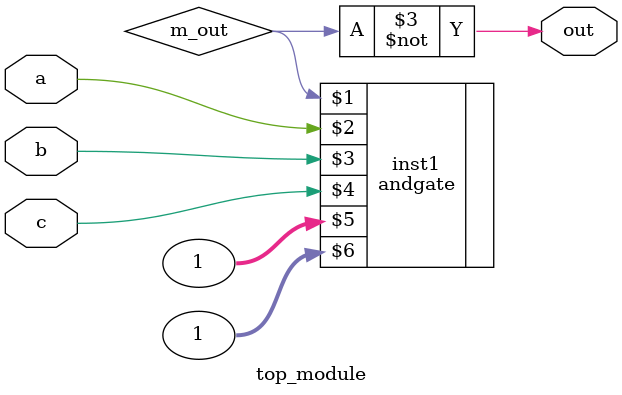
<source format=v>
module top_module (input a, input b, input c, output out);//
	
    wire m_out;
    andgate inst1 (m_out, a, b, c, 1, 1);
    assign out = ~m_out;
  
endmodule

</source>
